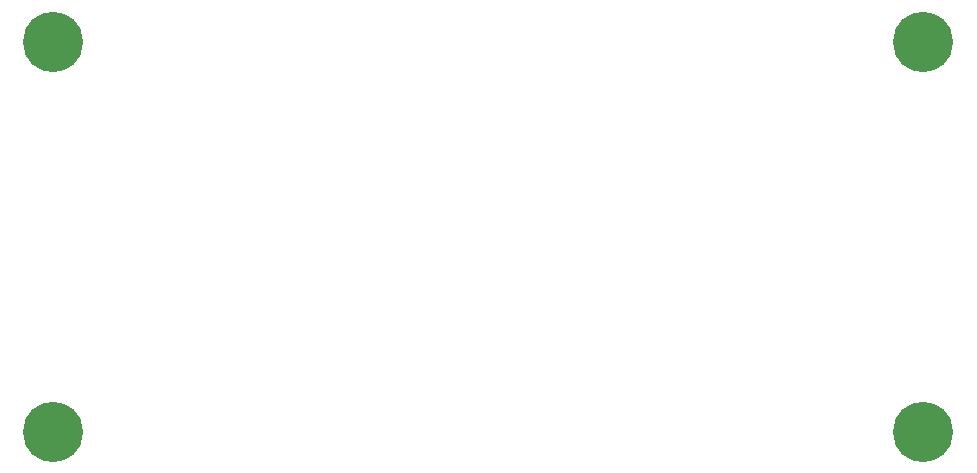
<source format=gts>
%TF.GenerationSoftware,KiCad,Pcbnew,(5.1.8)-1*%
%TF.CreationDate,2021-02-07T20:14:13+01:00*%
%TF.ProjectId,C64 Joystick Faceplate A1,43363420-4a6f-4797-9374-69636b204661,rev?*%
%TF.SameCoordinates,Original*%
%TF.FileFunction,Soldermask,Top*%
%TF.FilePolarity,Negative*%
%FSLAX46Y46*%
G04 Gerber Fmt 4.6, Leading zero omitted, Abs format (unit mm)*
G04 Created by KiCad (PCBNEW (5.1.8)-1) date 2021-02-07 20:14:13*
%MOMM*%
%LPD*%
G01*
G04 APERTURE LIST*
%ADD10C,5.100000*%
G04 APERTURE END LIST*
D10*
%TO.C,M1*%
X99695000Y-108585000D03*
%TD*%
%TO.C,M2*%
X173355000Y-75565000D03*
%TD*%
%TO.C,M3*%
X99695000Y-75565000D03*
%TD*%
%TO.C,M4*%
X173355000Y-108585000D03*
%TD*%
M02*

</source>
